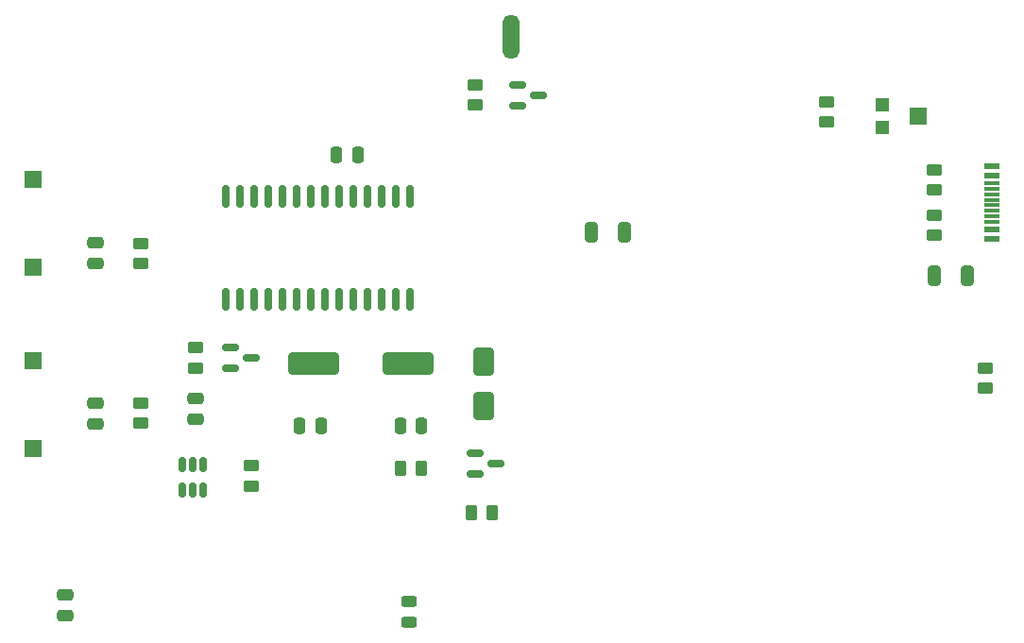
<source format=gtp>
G04 #@! TF.GenerationSoftware,KiCad,Pcbnew,9.0.2*
G04 #@! TF.CreationDate,2025-09-26T20:13:01+02:00*
G04 #@! TF.ProjectId,TeslaBMBCheck,5465736c-6142-44d4-9243-6865636b2e6b,1.1*
G04 #@! TF.SameCoordinates,Original*
G04 #@! TF.FileFunction,Paste,Top*
G04 #@! TF.FilePolarity,Positive*
%FSLAX46Y46*%
G04 Gerber Fmt 4.6, Leading zero omitted, Abs format (unit mm)*
G04 Created by KiCad (PCBNEW 9.0.2) date 2025-09-26 20:13:01*
%MOMM*%
%LPD*%
G01*
G04 APERTURE LIST*
G04 Aperture macros list*
%AMRoundRect*
0 Rectangle with rounded corners*
0 $1 Rounding radius*
0 $2 $3 $4 $5 $6 $7 $8 $9 X,Y pos of 4 corners*
0 Add a 4 corners polygon primitive as box body*
4,1,4,$2,$3,$4,$5,$6,$7,$8,$9,$2,$3,0*
0 Add four circle primitives for the rounded corners*
1,1,$1+$1,$2,$3*
1,1,$1+$1,$4,$5*
1,1,$1+$1,$6,$7*
1,1,$1+$1,$8,$9*
0 Add four rect primitives between the rounded corners*
20,1,$1+$1,$2,$3,$4,$5,0*
20,1,$1+$1,$4,$5,$6,$7,0*
20,1,$1+$1,$6,$7,$8,$9,0*
20,1,$1+$1,$8,$9,$2,$3,0*%
G04 Aperture macros list end*
%ADD10RoundRect,0.150000X-0.587500X-0.150000X0.587500X-0.150000X0.587500X0.150000X-0.587500X0.150000X0*%
%ADD11RoundRect,0.250000X0.450000X-0.262500X0.450000X0.262500X-0.450000X0.262500X-0.450000X-0.262500X0*%
%ADD12RoundRect,0.243750X0.456250X-0.243750X0.456250X0.243750X-0.456250X0.243750X-0.456250X-0.243750X0*%
%ADD13RoundRect,0.250000X0.325000X0.650000X-0.325000X0.650000X-0.325000X-0.650000X0.325000X-0.650000X0*%
%ADD14RoundRect,0.250000X-0.250000X-0.475000X0.250000X-0.475000X0.250000X0.475000X-0.250000X0.475000X0*%
%ADD15RoundRect,0.250000X0.475000X-0.250000X0.475000X0.250000X-0.475000X0.250000X-0.475000X-0.250000X0*%
%ADD16RoundRect,0.250000X-0.450000X0.262500X-0.450000X-0.262500X0.450000X-0.262500X0.450000X0.262500X0*%
%ADD17RoundRect,0.250000X-2.000000X-0.750000X2.000000X-0.750000X2.000000X0.750000X-2.000000X0.750000X0*%
%ADD18RoundRect,0.250000X0.262500X0.450000X-0.262500X0.450000X-0.262500X-0.450000X0.262500X-0.450000X0*%
%ADD19RoundRect,0.250000X-0.650000X1.000000X-0.650000X-1.000000X0.650000X-1.000000X0.650000X1.000000X0*%
%ADD20R,1.500000X1.500000*%
%ADD21RoundRect,0.150000X0.150000X-0.512500X0.150000X0.512500X-0.150000X0.512500X-0.150000X-0.512500X0*%
%ADD22RoundRect,0.250000X-0.262500X-0.450000X0.262500X-0.450000X0.262500X0.450000X-0.262500X0.450000X0*%
%ADD23R,1.200000X1.200000*%
%ADD24R,1.500000X1.600000*%
%ADD25RoundRect,0.250000X-0.475000X0.250000X-0.475000X-0.250000X0.475000X-0.250000X0.475000X0.250000X0*%
%ADD26RoundRect,0.250000X-0.325000X-0.650000X0.325000X-0.650000X0.325000X0.650000X-0.325000X0.650000X0*%
%ADD27RoundRect,0.150000X0.150000X-0.875000X0.150000X0.875000X-0.150000X0.875000X-0.150000X-0.875000X0*%
%ADD28R,1.450000X0.600000*%
%ADD29R,1.450000X0.300000*%
%ADD30O,1.501140X4.000500*%
G04 APERTURE END LIST*
D10*
X124206000Y-54488000D03*
X124206000Y-56388000D03*
X126081000Y-55438000D03*
D11*
X166116000Y-81684500D03*
X166116000Y-79859500D03*
D12*
X114503200Y-102662200D03*
X114503200Y-100787200D03*
D13*
X164543000Y-71628000D03*
X161593000Y-71628000D03*
D11*
X161544000Y-67968500D03*
X161544000Y-66143500D03*
D14*
X108016000Y-60755000D03*
X109916000Y-60755000D03*
D11*
X151892000Y-57808500D03*
X151892000Y-55983500D03*
D15*
X86360000Y-70526000D03*
X86360000Y-68626000D03*
D11*
X95328500Y-79857500D03*
X95328500Y-78032500D03*
D14*
X113724000Y-85041000D03*
X115624000Y-85041000D03*
D16*
X120396000Y-54459500D03*
X120396000Y-56284500D03*
D10*
X98455000Y-77995000D03*
X98455000Y-79895000D03*
X100330000Y-78945000D03*
D17*
X105918000Y-79453000D03*
X114418000Y-79453000D03*
D18*
X115593500Y-88851000D03*
X113768500Y-88851000D03*
D15*
X86360000Y-84897000D03*
X86360000Y-82997000D03*
D10*
X120396000Y-87508000D03*
X120396000Y-89408000D03*
X122271000Y-88458000D03*
D19*
X121158000Y-79280000D03*
X121158000Y-83280000D03*
D16*
X100330000Y-88622500D03*
X100330000Y-90447500D03*
D11*
X161544000Y-63904500D03*
X161544000Y-62079500D03*
X90424000Y-84836000D03*
X90424000Y-83011000D03*
D20*
X80772000Y-87048000D03*
X80772000Y-79248000D03*
D21*
X94173000Y-90799500D03*
X95123000Y-90799500D03*
X96073000Y-90799500D03*
X96073000Y-88524500D03*
X95123000Y-88524500D03*
X94173000Y-88524500D03*
D22*
X120118500Y-92837000D03*
X121943500Y-92837000D03*
D23*
X156918000Y-56270000D03*
D24*
X160168000Y-57270000D03*
D23*
X156918000Y-58270000D03*
D14*
X104712000Y-85041000D03*
X106612000Y-85041000D03*
D16*
X90424000Y-68683500D03*
X90424000Y-70508500D03*
D20*
X80772000Y-70792000D03*
X80772000Y-62992000D03*
D25*
X95328500Y-82567000D03*
X95328500Y-84467000D03*
D26*
X130859000Y-67665600D03*
X133809000Y-67665600D03*
D15*
X83693000Y-102103000D03*
X83693000Y-100203000D03*
D27*
X98044000Y-73738000D03*
X99314000Y-73738000D03*
X100584000Y-73738000D03*
X101854000Y-73738000D03*
X103124000Y-73738000D03*
X104394000Y-73738000D03*
X105664000Y-73738000D03*
X106934000Y-73738000D03*
X108204000Y-73738000D03*
X109474000Y-73738000D03*
X110744000Y-73738000D03*
X112014000Y-73738000D03*
X113284000Y-73738000D03*
X114554000Y-73738000D03*
X114554000Y-64438000D03*
X113284000Y-64438000D03*
X112014000Y-64438000D03*
X110744000Y-64438000D03*
X109474000Y-64438000D03*
X108204000Y-64438000D03*
X106934000Y-64438000D03*
X105664000Y-64438000D03*
X104394000Y-64438000D03*
X103124000Y-64438000D03*
X101854000Y-64438000D03*
X100584000Y-64438000D03*
X99314000Y-64438000D03*
X98044000Y-64438000D03*
D28*
X166697000Y-68249000D03*
X166697000Y-67474000D03*
D29*
X166697000Y-66774000D03*
X166697000Y-66274000D03*
X166697000Y-65774000D03*
X166697000Y-65274000D03*
X166697000Y-64774000D03*
X166697000Y-64274000D03*
X166697000Y-63774000D03*
X166697000Y-63274000D03*
D28*
X166697000Y-62574000D03*
X166697000Y-61799000D03*
D30*
X123633800Y-50205860D03*
M02*

</source>
